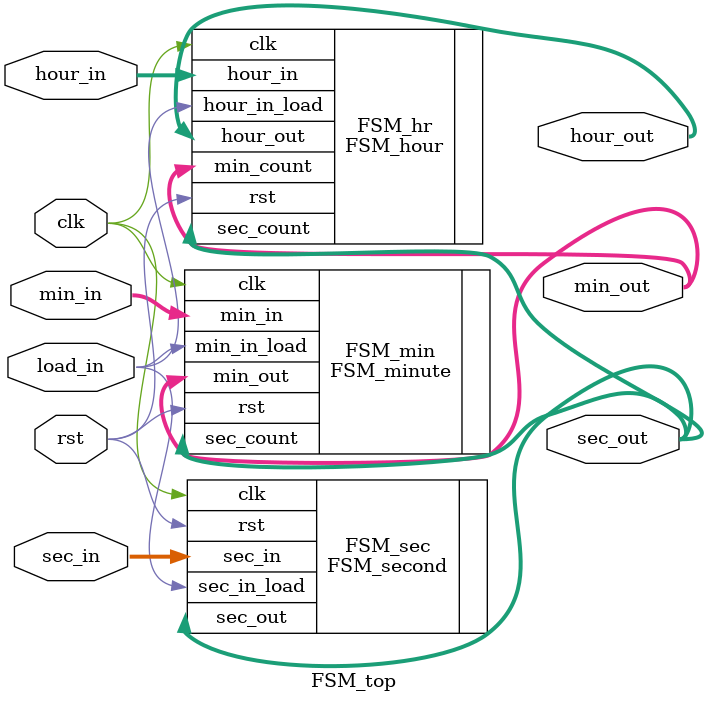
<source format=v>
module FSM_top(
	input wire rst,
	input wire clk,
	input wire load_in,
	input wire [5:0] sec_in,
	input wire [5:0] min_in,
	input wire [5:0] hour_in,
	output wire [5:0] sec_out,
	output wire [5:0] min_out,
	output wire [5:0] hour_out
	);

	FSM_second FSM_sec(
		.rst(rst),
		.clk(clk),
		.sec_in(sec_in),
		.sec_in_load(load_in),
		.sec_out(sec_out));

	FSM_minute FSM_min(
		.rst(rst),
		.clk(clk),
		.min_in(min_in),
		.min_in_load(load_in),
		.sec_count(sec_out),
		.min_out(min_out));
		
	FSM_hour FSM_hr(
		.rst(rst),
		.clk(clk),
		.hour_in(hour_in),
		.hour_in_load(load_in),
		.min_count(min_out),
		.hour_out(hour_out),
		.sec_count(sec_out));

endmodule
</source>
